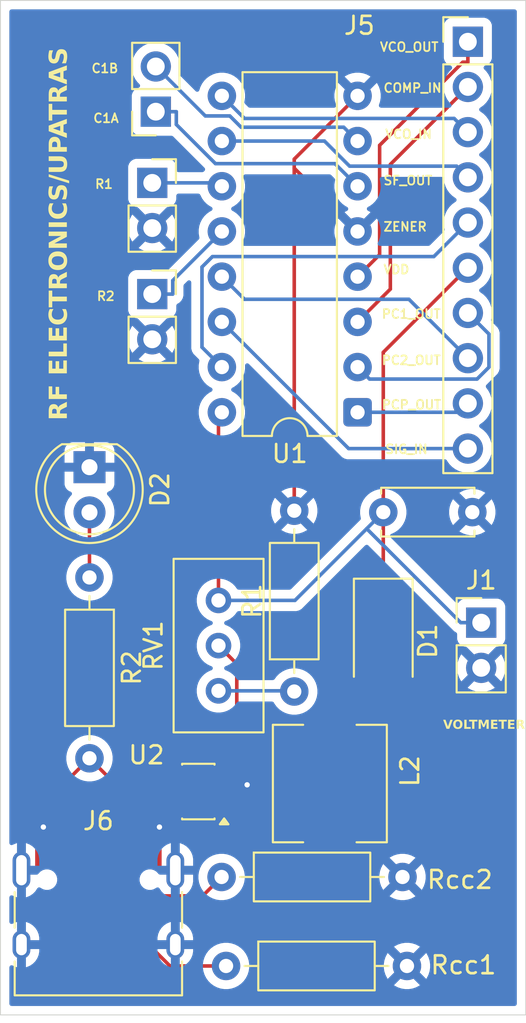
<source format=kicad_pcb>
(kicad_pcb (version 20241229) (generator "pcbnew") (generator_version "9.0")
  (layers (0 "F.Cu" signal) (2 "B.Cu" signal) (13 "F.Paste" user) (15 "B.Paste" user) (5 "F.SilkS" user "F.Silkscreen") (7 "B.SilkS" user "B.Silkscreen") (1 "F.Mask" user) (3 "B.Mask" user) (25 "Edge.Cuts" user))
  (net 0 "")
  (net 1 "gnd")
  (net 2 "Net-(D2-A)")
  (net 3 "/PCP")
  (net 4 "/VCOin")
  (net 5 "/sigin")
  (net 6 "/PC1")
  (net 7 "/RefIn")
  (net 8 "/PC2")
  (net 9 "/FOUT")
  (net 10 "/Zout")
  (net 11 "/SFout")
  (net 16 "Net-(R1-Pad1)")
  (net 18 "/bus")
  (net 19 "/sw")
  (net 20 "VDD")
  (net 21 "/C1")
  (net 22 "/C2")
  (net 23 "/R1")
  (net 24 "/R2")
  (net 25 "/A5")
  (net 26 "/B5")
  (net 27 "/fb")
  (footprint "Connector_PinHeader_2.54mm:PinHeader_1x02_P2.54mm_Vertical" (layer "F.Cu") (at 159.24 96.45)
    (property "Reference" "J1" (at 0 -2.38 0) (layer "F.SilkS"))
    (property "Value" "Conn_01x02" (hide yes))
    (fp_line (start -1.38 -1.38) (end 0 -1.38) (stroke (width 0.12)) (layer "F.SilkS"))
    (fp_line (start -1.38 0) (end -1.38 -1.38) (stroke (width 0.12)) (layer "F.SilkS"))
    (fp_line (start -1.38 1.27) (end -1.38 3.92) (stroke (width 0.12)) (layer "F.SilkS"))
    (fp_line (start -1.38 1.27) (end 1.38 1.27) (stroke (width 0.12)) (layer "F.SilkS"))
    (fp_line (start -1.38 3.92) (end 1.38 3.92) (stroke (width 0.12)) (layer "F.SilkS"))
    (fp_line (start 1.38 1.27) (end 1.38 3.92) (stroke (width 0.12)) (layer "F.SilkS"))
    (pad "1" thru_hole rect (at 0 0) (size 1.7 1.7) (drill 1) (layers "*.Cu" "*.Mask") (net 20 "VDD"))
    (pad "2" thru_hole circle (at 0 2.54) (size 1.7 1.7) (drill 1) (layers "*.Cu" "*.Mask") (net 1 "gnd"))
  )
  (footprint "Package_TO_SOT_SMD:SOT-23-6" (layer "F.Cu") (at 143.3525 105.94 180)
    (property "Reference" "U2" (at 2.9125 2.05 0) (layer "F.SilkS"))
    (property "Value" "MT3608" (hide yes))
    (fp_line (start 0.91 1.56) (end -0.91 1.56) (stroke (width 0.12)) (layer "F.SilkS"))
    (fp_line (start 0.91 1.51) (end 0.91 1.56) (stroke (width 0.12)) (layer "F.SilkS"))
    (fp_line (start 0.91 -1.56) (end 0.91 -1.51) (stroke (width 0.12)) (layer "F.SilkS"))
    (fp_line (start -0.91 1.56) (end -0.91 1.51) (stroke (width 0.12)) (layer "F.SilkS"))
    (fp_line (start -0.91 -1.51) (end -0.91 -1.56) (stroke (width 0.12)) (layer "F.SilkS"))
    (fp_line (start -0.91 -1.56) (end 0.91 -1.56) (stroke (width 0.12)) (layer "F.SilkS"))
    (fp_poly (pts (xy -1.45 -1.51) (xy -1.69 -1.84) (xy -1.21 -1.84)) (stroke (width 0.12)) (fill yes) (layer "F.SilkS"))
    (pad "1" smd roundrect (at -1.1375 -0.95 180) (size 1.325 0.6) (layers "F.Cu" "F.Mask" "F.Paste") (net 19 "/sw"))
    (pad "2" smd roundrect (at -1.1375 0 180) (size 1.325 0.6) (layers "F.Cu" "F.Mask" "F.Paste") (net 1 "gnd"))
    (pad "3" smd roundrect (at -1.1375 0.95 180) (size 1.325 0.6) (layers "F.Cu" "F.Mask" "F.Paste") (net 27 "/fb"))
    (pad "4" smd roundrect (at 1.1375 0.95 180) (size 1.325 0.6) (layers "F.Cu" "F.Mask" "F.Paste") (net 18 "/bus"))
    (pad "5" smd roundrect (at 1.1375 0 180) (size 1.325 0.6) (layers "F.Cu" "F.Mask" "F.Paste") (net 18 "/bus"))
    (pad "6" smd roundrect (at 1.1375 -0.95 180) (size 1.325 0.6) (layers "F.Cu" "F.Mask" "F.Paste"))
  )
  (footprint "Connector_PinSocket_2.54mm:PinSocket_1x02_P2.54mm_Vertical" (layer "F.Cu") (at 140.965 67.74 180)
    (property "Reference" "J2" (hide yes))
    (property "Value" "Conn_01x02" (hide yes))
    (fp_line (start 1.33 1.27) (end 1.33 3.87) (stroke (width 0.12)) (layer "F.SilkS"))
    (fp_line (start 1.33 -1.33) (end 1.33 0) (stroke (width 0.12)) (layer "F.SilkS"))
    (fp_line (start 0 -1.33) (end 1.33 -1.33) (stroke (width 0.12)) (layer "F.SilkS"))
    (fp_line (start -1.33 3.87) (end 1.33 3.87) (stroke (width 0.12)) (layer "F.SilkS"))
    (fp_line (start -1.33 1.27) (end 1.33 1.27) (stroke (width 0.12)) (layer "F.SilkS"))
    (fp_line (start -1.33 1.27) (end -1.33 3.87) (stroke (width 0.12)) (layer "F.SilkS"))
    (pad "1" thru_hole rect (at 0 0 180) (size 1.7 1.7) (drill 1) (layers "*.Cu" "*.Mask") (net 21 "/C1"))
    (pad "2" thru_hole circle (at 0 2.54 180) (size 1.7 1.7) (drill 1) (layers "*.Cu" "*.Mask") (net 22 "/C2"))
  )
  (footprint "Inductor_SMD:L_6.3x6.3_H3" (layer "F.Cu") (at 150.74 105.49 90)
    (property "Reference" "L2" (at 0.7 4.5 90) (layer "F.SilkS"))
    (property "Value" "L_Ferrite" (hide yes))
    (fp_line (start 3.3 -3.2) (end 3.3 -1.5) (stroke (width 0.12)) (layer "F.SilkS"))
    (fp_line (start -3.3 -3.2) (end 3.3 -3.2) (stroke (width 0.12)) (layer "F.SilkS"))
    (fp_line (start -3.3 -1.5) (end -3.3 -3.2) (stroke (width 0.12)) (layer "F.SilkS"))
    (fp_line (start 3.3 1.5) (end 3.3 3.2) (stroke (width 0.12)) (layer "F.SilkS"))
    (fp_line (start 3.3 3.2) (end -3.3 3.2) (stroke (width 0.12)) (layer "F.SilkS"))
    (fp_line (start -3.3 3.2) (end -3.3 1.5) (stroke (width 0.12)) (layer "F.SilkS"))
    (pad "1" smd rect (at -2.75 0 90) (size 1.5 2.4) (layers "F.Cu" "F.Mask" "F.Paste") (net 18 "/bus"))
    (pad "2" smd rect (at 2.75 0 90) (size 1.5 2.4) (layers "F.Cu" "F.Mask" "F.Paste") (net 19 "/sw"))
  )
  (footprint "Resistor_THT:R_Axial_DIN0207_L6.3mm_D2.5mm_P10.16mm_Horizontal" (layer "F.Cu") (at 144.91 115.74)
    (property "Reference" "Rcc1" (at 13.33 -0.05 0) (layer "F.SilkS"))
    (property "Value" "5.1k")
    (fp_line (start 1.04 0) (end 1.81 0) (stroke (width 0.12)) (layer "F.SilkS"))
    (fp_line (start 9.12 0) (end 8.35 0) (stroke (width 0.12)) (layer "F.SilkS"))
    (fp_rect (start 1.81 -1.37) (end 8.35 1.37) (stroke (width 0.12)) (fill no) (layer "F.SilkS"))
    (pad "1" thru_hole circle (at 0 0) (size 1.6 1.6) (drill 0.8) (layers "*.Cu" "*.Mask") (net 25 "/A5"))
    (pad "2" thru_hole circle (at 10.16 0) (size 1.6 1.6) (drill 0.8) (layers "*.Cu" "*.Mask") (net 1 "gnd"))
  )
  (footprint "Resistor_THT:R_Axial_DIN0207_L6.3mm_D2.5mm_P10.16mm_Horizontal" (layer "F.Cu") (at 137.24 93.91 -90)
    (property "Reference" "R2" (at 5.08 -2.37 90) (layer "F.SilkS"))
    (property "Value" "330")
    (fp_line (start 1.04 0) (end 1.81 0) (stroke (width 0.12)) (layer "F.SilkS"))
    (fp_line (start 9.12 0) (end 8.35 0) (stroke (width 0.12)) (layer "F.SilkS"))
    (fp_rect (start 1.81 -1.37) (end 8.35 1.37) (stroke (width 0.12)) (fill no) (layer "F.SilkS"))
    (pad "1" thru_hole circle (at 0 0 270) (size 1.6 1.6) (drill 0.8) (layers "*.Cu" "*.Mask") (net 2 "Net-(D2-A)"))
    (pad "2" thru_hole circle (at 10.16 0 270) (size 1.6 1.6) (drill 0.8) (layers "*.Cu" "*.Mask") (net 18 "/bus"))
  )
  (footprint "Diode_SMD:D_SMA" (layer "F.Cu") (at 153.74 97.49 -90)
    (property "Reference" "D1" (at 0 -2.5 90) (layer "F.SilkS"))
    (property "Value" "SS34" (hide yes))
    (fp_line (start -3.51 1.65) (end 2 1.65) (stroke (width 0.12)) (layer "F.SilkS"))
    (fp_line (start -3.51 -1.65) (end -3.51 1.65) (stroke (width 0.12)) (layer "F.SilkS"))
    (fp_line (start -3.51 -1.65) (end 2 -1.65) (stroke (width 0.12)) (layer "F.SilkS"))
    (pad "1" smd roundrect (at -2 0 270) (size 2.5 1.8) (layers "F.Cu" "F.Mask" "F.Paste") (roundrect_rratio 0.1388888889) (net 20 "VDD"))
    (pad "2" smd roundrect (at 2 0 270) (size 2.5 1.8) (layers "F.Cu" "F.Mask" "F.Paste") (roundrect_rratio 0.1388888889) (net 19 "/sw"))
  )
  (footprint "Capacitor_THT:C_Disc_D5.0mm_W2.5mm_P5.00mm" (layer "F.Cu") (at 153.74 90.24)
    (property "Reference" "C1" (hide yes))
    (property "Value" "22μ")
    (fp_line (start -0.12 -1.37) (end 5.12 -1.37) (stroke (width 0.12)) (layer "F.SilkS"))
    (fp_line (start -0.12 -1.033) (end -0.12 -1.37) (stroke (width 0.12)) (layer "F.SilkS"))
    (fp_line (start -0.12 1.37) (end -0.12 1.033) (stroke (width 0.12)) (layer "F.SilkS"))
    (fp_line (start 5.12 -1.37) (end 5.12 -1.033) (stroke (width 0.12)) (layer "F.SilkS"))
    (fp_line (start 5.12 1.033) (end 5.12 1.37) (stroke (width 0.12)) (layer "F.SilkS"))
    (fp_line (start 5.12 1.37) (end -0.12 1.37) (stroke (width 0.12)) (layer "F.SilkS"))
    (pad "1" thru_hole circle (at 0 0) (size 1.6 1.6) (drill 0.8) (layers "*.Cu" "*.Mask") (net 20 "VDD"))
    (pad "2" thru_hole circle (at 5 0) (size 1.6 1.6) (drill 0.8) (layers "*.Cu" "*.Mask") (net 1 "gnd"))
  )
  (footprint "Connector_PinSocket_2.54mm:PinSocket_1x02_P2.54mm_Vertical" (layer "F.Cu") (at 140.765 71.74)
    (property "Reference" "J3" (hide yes))
    (property "Value" "Conn_01x02" (hide yes))
    (fp_line (start -1.33 1.27) (end -1.33 3.87) (stroke (width 0.12)) (layer "F.SilkS"))
    (fp_line (start -1.33 1.27) (end 1.33 1.27) (stroke (width 0.12)) (layer "F.SilkS"))
    (fp_line (start -1.33 3.87) (end 1.33 3.87) (stroke (width 0.12)) (layer "F.SilkS"))
    (fp_line (start 0 -1.33) (end 1.33 -1.33) (stroke (width 0.12)) (layer "F.SilkS"))
    (fp_line (start 1.33 -1.33) (end 1.33 0) (stroke (width 0.12)) (layer "F.SilkS"))
    (fp_line (start 1.33 1.27) (end 1.33 3.87) (stroke (width 0.12)) (layer "F.SilkS"))
    (pad "1" thru_hole rect (at 0 0) (size 1.7 1.7) (drill 1) (layers "*.Cu" "*.Mask") (net 23 "/R1"))
    (pad "2" thru_hole circle (at 0 2.54) (size 1.7 1.7) (drill 1) (layers "*.Cu" "*.Mask") (net 1 "gnd"))
  )
  (footprint "Resistor_THT:R_Axial_DIN0207_L6.3mm_D2.5mm_P10.16mm_Horizontal" (layer "F.Cu") (at 148.74 100.32 90)
    (property "Reference" "R1" (at 5.08 -2.37 90) (layer "F.SilkS"))
    (property "Value" "2.2k")
    (fp_line (start 9.12 0) (end 8.35 0) (stroke (width 0.12)) (layer "F.SilkS"))
    (fp_line (start 1.04 0) (end 1.81 0) (stroke (width 0.12)) (layer "F.SilkS"))
    (fp_rect (start 1.81 -1.37) (end 8.35 1.37) (stroke (width 0.12)) (fill no) (layer "F.SilkS"))
    (pad "1" thru_hole circle (at 0 0 90) (size 1.6 1.6) (drill 0.8) (layers "*.Cu" "*.Mask") (net 16 "Net-(R1-Pad1)"))
    (pad "2" thru_hole circle (at 10.16 0 90) (size 1.6 1.6) (drill 0.8) (layers "*.Cu" "*.Mask") (net 1 "gnd"))
  )
  (footprint "Connector_USB:USB_C_Receptacle_HRO_TYPE-C-31-M-12" (layer "F.Cu") (at 137.74 113.49)
    (property "Reference" "J6" (at 0 -5.9 0) (layer "F.SilkS"))
    (property "Value" "USB_C_Receptacle_USB2.0_14P" (hide yes))
    (fp_line (start -4.7 -1.9) (end -4.7 0.1) (stroke (width 0.12)) (layer "F.SilkS"))
    (fp_line (start -4.7 2) (end -4.7 3.9) (stroke (width 0.12)) (layer "F.SilkS"))
    (fp_line (start -4.7 3.9) (end 4.7 3.9) (stroke (width 0.12)) (layer "F.SilkS"))
    (fp_line (start 4.7 -1.9) (end 4.7 0.1) (stroke (width 0.12)) (layer "F.SilkS"))
    (fp_line (start 4.7 2) (end 4.7 3.9) (stroke (width 0.12)) (layer "F.SilkS"))
    (pad "" np_thru_hole circle (at -2.89 -2.6) (size 0.65 0.65) (drill 0.65) (layers "*.Cu" "*.Mask"))
    (pad "" np_thru_hole circle (at 2.89 -2.6) (size 0.65 0.65) (drill 0.65) (layers "*.Cu" "*.Mask"))
    (pad "A1" smd rect (at -3.25 -4.045) (size 0.6 1.45) (layers "F.Cu" "F.Mask" "F.Paste") (net 1 "gnd"))
    (pad "A4" smd rect (at -2.45 -4.045) (size 0.6 1.45) (layers "F.Cu" "F.Mask" "F.Paste") (net 18 "/bus"))
    (pad "A5" smd rect (at -1.25 -4.045) (size 0.3 1.45) (layers "F.Cu" "F.Mask" "F.Paste") (net 25 "/A5"))
    (pad "A6" smd rect (at -0.25 -4.045) (size 0.3 1.45) (layers "F.Cu" "F.Mask" "F.Paste"))
    (pad "A7" smd rect (at 0.25 -4.045) (size 0.3 1.45) (layers "F.Cu" "F.Mask" "F.Paste"))
    (pad "A8" smd rect (at 1.25 -4.045) (size 0.3 1.45) (layers "F.Cu" "F.Mask" "F.Paste"))
    (pad "A9" smd rect (at 2.45 -4.045) (size 0.6 1.45) (layers "F.Cu" "F.Mask" "F.Paste") (net 18 "/bus"))
    (pad "A12" smd rect (at 3.25 -4.045) (size 0.6 1.45) (layers "F.Cu" "F.Mask" "F.Paste") (net 1 "gnd"))
    (pad "B1" smd rect (at 3.25 -4.045) (size 0.6 1.45) (layers "F.Cu" "F.Mask" "F.Paste") (net 1 "gnd"))
    (pad "B4" smd rect (at 2.45 -4.045) (size 0.6 1.45) (layers "F.Cu" "F.Mask" "F.Paste") (net 18 "/bus"))
    (pad "B5" smd rect (at 1.75 -4.045) (size 0.3 1.45) (layers "F.Cu" "F.Mask" "F.Paste") (net 26 "/B5"))
    (pad "B6" smd rect (at 0.75 -4.045) (size 0.3 1.45) (layers "F.Cu" "F.Mask" "F.Paste"))
    (pad "B7" smd rect (at -0.75 -4.045) (size 0.3 1.45) (layers "F.Cu" "F.Mask" "F.Paste"))
    (pad "B8" smd rect (at -1.75 -4.045) (size 0.3 1.45) (layers "F.Cu" "F.Mask" "F.Paste"))
    (pad "B9" smd rect (at -2.45 -4.045) (size 0.6 1.45) (layers "F.Cu" "F.Mask" "F.Paste") (net 18 "/bus"))
    (pad "B12" smd rect (at -3.25 -4.045) (size 0.6 1.45) (layers "F.Cu" "F.Mask" "F.Paste") (net 1 "gnd"))
    (pad "S1" thru_hole oval (at -4.32 -3.13) (size 1 2.1) (drill oval 0.6 1.7) (property pad_prop_heatsink) (layers "*.Cu" "*.Mask") (net 1 "gnd"))
    (pad "S1" thru_hole oval (at -4.32 1.05) (size 1 1.6) (drill oval 0.6 1.2) (property pad_prop_heatsink) (layers "*.Cu" "*.Mask") (net 1 "gnd"))
    (pad "S1" thru_hole oval (at 4.32 -3.13) (size 1 2.1) (drill oval 0.6 1.7) (property pad_prop_heatsink) (layers "*.Cu" "*.Mask") (net 1 "gnd"))
    (pad "S1" thru_hole oval (at 4.32 1.05) (size 1 1.6) (drill oval 0.6 1.2) (property pad_prop_heatsink) (layers "*.Cu" "*.Mask") (net 1 "gnd"))
  )
  (footprint "Potentiometer_THT:Potentiometer_Bourns_3296W_Vertical" (layer "F.Cu") (at 144.485 95.2 90)
    (property "Reference" "RV1" (at -2.54 -3.66 90) (layer "F.SilkS"))
    (property "Value" "R_Potentiometer_Trim" (hide yes))
    (fp_line (start 2.335 -2.52) (end 2.335 2.53) (stroke (width 0.12)) (layer "F.SilkS"))
    (fp_line (start -7.415 -2.52) (end 2.335 -2.52) (stroke (width 0.12)) (layer "F.SilkS"))
    (fp_line (start 2.335 2.53) (end -7.415 2.53) (stroke (width 0.12)) (layer "F.SilkS"))
    (fp_line (start -7.415 2.53) (end -7.415 -2.52) (stroke (width 0.12)) (layer "F.SilkS"))
    (pad "1" thru_hole circle (at 0 0 90) (size 1.44 1.44) (drill 0.8) (layers "*.Cu" "*.Mask") (net 20 "VDD"))
    (pad "2" thru_hole circle (at -2.54 0 90) (size 1.44 1.44) (drill 0.8) (layers "*.Cu" "*.Mask") (net 27 "/fb"))
    (pad "3" thru_hole circle (at -5.08 0 90) (size 1.44 1.44) (drill 0.8) (layers "*.Cu" "*.Mask") (net 16 "Net-(R1-Pad1)"))
  )
  (footprint "LED_THT:LED_D5.0mm" (layer "F.Cu") (at 137.24 87.715 -90)
    (property "Reference" "D2" (at 1.27 -3.96 90) (layer "F.SilkS"))
    (property "Value" "SFH4546" (hide yes))
    (fp_line (start -1.29 -1.545) (end -1.29 1.545) (stroke (width 0.12)) (layer "F.SilkS"))
    (fp_arc (start 4.26 0) (mid 2.071779 2.880495) (end -1.29 1.54483) (stroke (width 0.12)) (layer "F.SilkS"))
    (fp_arc (start -1.29 -1.54483) (mid 2.071779 -2.880495) (end 4.26 0) (stroke (width 0.12)) (layer "F.SilkS"))
    (fp_circle (center 1.27 0) (end 3.77 0) (stroke (width 0.12)) (fill no) (layer "F.SilkS"))
    (pad "1" thru_hole rect (at 0 0 270) (size 1.8 1.8) (drill 0.9) (layers "*.Cu" "*.Mask") (net 1 "gnd"))
    (pad "2" thru_hole circle (at 2.54 0 270) (size 1.8 1.8) (drill 0.9) (layers "*.Cu" "*.Mask") (net 2 "Net-(D2-A)"))
  )
  (footprint "Resistor_THT:R_Axial_DIN0207_L6.3mm_D2.5mm_P10.16mm_Horizontal" (layer "F.Cu") (at 144.66 110.74)
    (property "Reference" "Rcc2" (at 13.38 0.15 0) (layer "F.SilkS"))
    (property "Value" "5.1k")
    (fp_line (start 1.04 0) (end 1.81 0) (stroke (width 0.12)) (layer "F.SilkS"))
    (fp_line (start 9.12 0) (end 8.35 0) (stroke (width 0.12)) (layer "F.SilkS"))
    (fp_rect (start 1.81 -1.37) (end 8.35 1.37) (stroke (width 0.12)) (fill no) (layer "F.SilkS"))
    (pad "1" thru_hole circle (at 0 0) (size 1.6 1.6) (drill 0.8) (layers "*.Cu" "*.Mask") (net 26 "/B5"))
    (pad "2" thru_hole circle (at 10.16 0) (size 1.6 1.6) (drill 0.8) (layers "*.Cu" "*.Mask") (net 1 "gnd"))
  )
  (footprint "Connector_PinHeader_2.54mm:PinHeader_1x10_P2.54mm_Vertical" (layer "F.Cu") (at 158.49 63.81)
    (property "Reference" "J5" (at -6.09 -0.91 0) (layer "F.SilkS"))
    (property "Value" "Conn_01x10" (hide yes))
    (fp_line (start -1.38 -1.38) (end 0 -1.38) (stroke (width 0.12)) (layer "F.SilkS"))
    (fp_line (start -1.38 0) (end -1.38 -1.38) (stroke (width 0.12)) (layer "F.SilkS"))
    (fp_line (start -1.38 1.27) (end -1.38 24.24) (stroke (width 0.12)) (layer "F.SilkS"))
    (fp_line (start -1.38 1.27) (end 1.38 1.27) (stroke (width 0.12)) (layer "F.SilkS"))
    (fp_line (start -1.38 24.24) (end 1.38 24.24) (stroke (width 0.12)) (layer "F.SilkS"))
    (fp_line (start 1.38 1.27) (end 1.38 24.24) (stroke (width 0.12)) (layer "F.SilkS"))
    (pad "1" thru_hole rect (at 0 0) (size 1.7 1.7) (drill 1) (layers "*.Cu" "*.Mask") (net 9 "/FOUT"))
    (pad "2" thru_hole circle (at 0 2.54) (size 1.7 1.7) (drill 1) (layers "*.Cu" "*.Mask") (net 7 "/RefIn"))
    (pad "3" thru_hole circle (at 0 5.08) (size 1.7 1.7) (drill 1) (layers "*.Cu" "*.Mask") (net 4 "/VCOin"))
    (pad "4" thru_hole circle (at 0 7.62) (size 1.7 1.7) (drill 1) (layers "*.Cu" "*.Mask") (net 11 "/SFout"))
    (pad "5" thru_hole circle (at 0 10.16) (size 1.7 1.7) (drill 1) (layers "*.Cu" "*.Mask") (net 10 "/Zout"))
    (pad "6" thru_hole circle (at 0 12.7) (size 1.7 1.7) (drill 1) (layers "*.Cu" "*.Mask") (net 20 "VDD"))
    (pad "7" thru_hole circle (at 0 15.24) (size 1.7 1.7) (drill 1) (layers "*.Cu" "*.Mask") (net 6 "/PC1"))
    (pad "8" thru_hole circle (at 0 17.78) (size 1.7 1.7) (drill 1) (layers "*.Cu" "*.Mask") (net 8 "/PC2"))
    (pad "9" thru_hole circle (at 0 20.32) (size 1.7 1.7) (drill 1) (layers "*.Cu" "*.Mask") (net 3 "/PCP"))
    (pad "10" thru_hole circle (at 0 22.86) (size 1.7 1.7) (drill 1) (layers "*.Cu" "*.Mask") (net 5 "/sigin"))
  )
  (footprint "Package_DIP:DIP-16_W7.62mm" (layer "F.Cu") (at 152.295 84.63 180)
    (property "Reference" "U1" (at 3.81 -2.33 0) (layer "F.SilkS"))
    (property "Value" "4046")
    (fp_line (start 6.46 19.11) (end 6.46 -1.33) (stroke (width 0.12)) (layer "F.SilkS"))
    (fp_line (start 6.46 -1.33) (end 4.81 -1.33) (stroke (width 0.12)) (layer "F.SilkS"))
    (fp_line (start 2.81 -1.33) (end 1.16 -1.33) (stroke (width 0.12)) (layer "F.SilkS"))
    (fp_line (start 1.16 19.11) (end 6.46 19.11) (stroke (width 0.12)) (layer "F.SilkS"))
    (fp_line (start 1.16 -1.33) (end 1.16 19.11) (stroke (width 0.12)) (layer "F.SilkS"))
    (fp_arc (start 4.81 -1.33) (mid 3.81 -0.33) (end 2.81 -1.33) (stroke (width 0.12)) (layer "F.SilkS"))
    (pad "1" thru_hole roundrect (at 0 0 180) (size 1.6 1.6) (drill 0.8) (layers "*.Cu" "*.Mask") (roundrect_rratio 0.15625) (net 3 "/PCP"))
    (pad "2" thru_hole circle (at 0 2.54 180) (size 1.6 1.6) (drill 0.8) (layers "*.Cu" "*.Mask") (net 6 "/PC1"))
    (pad "3" thru_hole circle (at 0 5.08 180) (size 1.6 1.6) (drill 0.8) (layers "*.Cu" "*.Mask") (net 7 "/RefIn"))
    (pad "4" thru_hole circle (at 0 7.62 180) (size 1.6 1.6) (drill 0.8) (layers "*.Cu" "*.Mask") (net 9 "/FOUT"))
    (pad "5" thru_hole circle (at 0 10.16 180) (size 1.6 1.6) (drill 0.8) (layers "*.Cu" "*.Mask") (net 1 "gnd"))
    (pad "6" thru_hole circle (at 0 12.7 180) (size 1.6 1.6) (drill 0.8) (layers "*.Cu" "*.Mask") (net 21 "/C1"))
    (pad "7" thru_hole circle (at 0 15.24 180) (size 1.6 1.6) (drill 0.8) (layers "*.Cu" "*.Mask") (net 22 "/C2"))
    (pad "8" thru_hole circle (at 0 17.78 180) (size 1.6 1.6) (drill 0.8) (layers "*.Cu" "*.Mask") (net 1 "gnd"))
    (pad "9" thru_hole circle (at 7.62 17.78 180) (size 1.6 1.6) (drill 0.8) (layers "*.Cu" "*.Mask") (net 4 "/VCOin"))
    (pad "10" thru_hole circle (at 7.62 15.24 180) (size 1.6 1.6) (drill 0.8) (layers "*.Cu" "*.Mask") (net 11 "/SFout"))
    (pad "11" thru_hole circle (at 7.62 12.7 180) (size 1.6 1.6) (drill 0.8) (layers "*.Cu" "*.Mask") (net 23 "/R1"))
    (pad "12" thru_hole circle (at 7.62 10.16 180) (size 1.6 1.6) (drill 0.8) (layers "*.Cu" "*.Mask") (net 24 "/R2"))
    (pad "13" thru_hole circle (at 7.62 7.62 180) (size 1.6 1.6) (drill 0.8) (layers "*.Cu" "*.Mask") (net 8 "/PC2"))
    (pad "14" thru_hole circle (at 7.62 5.08 180) (size 1.6 1.6) (drill 0.8) (layers "*.Cu" "*.Mask") (net 5 "/sigin"))
    (pad "15" thru_hole circle (at 7.62 2.54 180) (size 1.6 1.6) (drill 0.8) (layers "*.Cu" "*.Mask") (net 10 "/Zout"))
    (pad "16" thru_hole circle (at 7.62 0 180) (size 1.6 1.6) (drill 0.8) (layers "*.Cu" "*.Mask") (net 20 "VDD"))
  )
  (footprint "Connector_PinSocket_2.54mm:PinSocket_1x02_P2.54mm_Vertical" (layer "F.Cu") (at 140.765 77.99)
    (property "Reference" "J4" (hide yes))
    (property "Value" "Conn_01x02" (hide yes))
    (fp_line (start -1.33 1.27) (end -1.33 3.87) (stroke (width 0.12)) (layer "F.SilkS"))
    (fp_line (start -1.33 1.27) (end 1.33 1.27) (stroke (width 0.12)) (layer "F.SilkS"))
    (fp_line (start -1.33 3.87) (end 1.33 3.87) (stroke (width 0.12)) (layer "F.SilkS"))
    (fp_line (start 0 -1.33) (end 1.33 -1.33) (stroke (width 0.12)) (layer "F.SilkS"))
    (fp_line (start 1.33 -1.33) (end 1.33 0) (stroke (width 0.12)) (layer "F.SilkS"))
    (fp_line (start 1.33 1.27) (end 1.33 3.87) (stroke (width 0.12)) (layer "F.SilkS"))
    (pad "1" thru_hole rect (at 0 0) (size 1.7 1.7) (drill 1) (layers "*.Cu" "*.Mask") (net 24 "/R2"))
    (pad "2" thru_hole circle (at 0 2.54) (size 1.7 1.7) (drill 1) (layers "*.Cu" "*.Mask") (net 1 "gnd"))
  )
  (gr_rect (start 132.24 61.49) (end 161.74 118.49) (stroke (width 0.05)) (fill no) (layer "Edge.Cuts"))
  (gr_text "R1" (at 137.5 72.1 0) (layer "F.SilkS") (effects (font (size 0.5 0.5) (thickness 0.1) (bold yes)) (justify left bottom)))
  (gr_text "VCO_IN" (at 153.8 69.3 0) (layer "F.SilkS") (effects (font (size 0.5 0.5) (thickness 0.1) (bold yes)) (justify left bottom)))
  (gr_text "C1B" (at 137.3 65.6 0) (layer "F.SilkS") (effects (font (size 0.5 0.5) (thickness 0.1) (bold yes)) (justify left bottom)))
  (gr_text "PCP_OUT" (at 153.6 84.5 0) (layer "F.SilkS") (effects (font (size 0.5 0.5) (thickness 0.1) (bold yes)) (justify left bottom)))
  (gr_text "VCO_OUT" (at 153.5 64.4 0) (layer "F.SilkS") (effects (font (size 0.5 0.5) (thickness 0.1) (bold yes)) (justify left bottom)))
  (gr_text "SF_OUT" (at 153.7 71.9 0) (layer "F.SilkS") (effects (font (size 0.5 0.5) (thickness 0.1) (bold yes)) (justify left bottom)))
  (gr_text "PC2_OUT" (at 153.6 82 0) (layer "F.SilkS") (effects (font (size 0.5 0.5) (thickness 0.1) (bold yes)) (justify left bottom)))
  (gr_text "PC1_OUT" (at 153.6 79.4 0) (layer "F.SilkS") (effects (font (size 0.5 0.5) (thickness 0.1) (bold yes)) (justify left bottom)))
  (gr_text "C1A" (at 137.4 68.4 0) (layer "F.SilkS") (effects (font (size 0.5 0.5) (thickness 0.1) (bold yes)) (justify left bottom)))
  (gr_text "VDD" (at 153.7 76.9 0) (layer "F.SilkS") (effects (font (size 0.5 0.5) (thickness 0.1) (bold yes)) (justify left bottom)))
  (gr_text "R2" (at 137.6 78.4 0) (layer "F.SilkS") (effects (font (size 0.5 0.5) (thickness 0.1) (bold yes)) (justify left bottom)))
  (gr_text "SIG_IN" (at 153.8 87 0) (layer "F.SilkS") (effects (font (size 0.5 0.5) (thickness 0.1) (bold yes)) (justify left bottom)))
  (gr_text "VOLTMETER" (at 157.1 102.5 0) (layer "F.SilkS") (effects (font (size 0.5 0.5) (thickness 0.125) (bold yes)) (justify left bottom)))
  (gr_text "ZENER" (at 153.7 74.5 0) (layer "F.SilkS") (effects (font (size 0.5 0.5) (thickness 0.1) (bold yes)) (justify left bottom)))
  (gr_text "RF ELECTRONICS/UPATRAS" (at 136.14 85.09 90) (layer "F.SilkS") (effects (font (size 1 1) (thickness 0.2) (bold yes)) (justify left bottom)))
  (gr_text "COMP_IN" (at 153.7 66.7 0) (layer "F.SilkS") (effects (font (size 0.5 0.5) (thickness 0.1) (bold yes)) (justify left bottom)))
  (segment (start 141.17 107.935) (end 140.99 108.115) (width 0.2) (layer "F.Cu") (net 1))
  (segment (start 134.65 107.935) (end 134.49 108.095) (width 0.2) (layer "F.Cu") (net 1))
  (segment (start 140.99 108.115) (end 141.17 107.935) (width 0.2) (layer "F.Cu") (net 1))
  (segment (start 152.295 66.85) (end 148.74 70.405) (width 0.2) (layer "F.Cu") (net 1))
  (segment (start 141.17 107.935) (end 140.99 108.115) (width 0.2) (layer "F.Cu") (net 1))
  (segment (start 152.295 74.47) (end 148.74 70.915) (width 0.2) (layer "F.Cu") (net 1))
  (segment (start 134.49 108.095) (end 134.49 109.445) (width 0.2) (layer "F.Cu") (net 1))
  (segment (start 134.65 107.935) (end 134.49 108.095) (width 0.2) (layer "F.Cu") (net 1))
  (segment (start 148.74 70.915) (end 148.74 90.16) (width 0.2) (layer "F.Cu") (net 1))
  (segment (start 140.99 108.115) (end 140.99 109.445) (width 0.2) (layer "F.Cu") (net 1))
  (segment (start 145.7161 105.94) (end 144.49 105.94) (width 0.2) (layer "F.Cu") (net 1))
  (segment (start 134.49 108.095) (end 134.65 107.935) (width 0.2) (layer "F.Cu") (net 1))
  (segment (start 148.74 70.405) (end 148.74 70.915) (width 0.2) (layer "F.Cu") (net 1))
  (segment (start 146.0938 105.5623) (end 145.7161 105.94) (width 0.2) (layer "F.Cu") (net 1))
  (via (at 141.17 107.935) (size 0.6) (drill 0.3) (layers "F.Cu" "B.Cu") (net 1))
  (via (at 146.0938 105.5623) (size 0.6) (drill 0.3) (layers "F.Cu" "B.Cu") (net 1))
  (via (at 134.65 107.935) (size 0.6) (drill 0.3) (layers "F.Cu" "B.Cu") (net 1))
  (segment (start 137.24 93.91) (end 137.24 90.255) (width 0.2) (layer "F.Cu") (net 2))
  (segment (start 157.99 84.63) (end 158.49 84.13) (width 0.2) (layer "B.Cu") (net 3))
  (segment (start 152.295 84.63) (end 157.99 84.63) (width 0.2) (layer "B.Cu") (net 3))
  (segment (start 145.945 68.12) (end 157.72 68.12) (width 0.2) (layer "B.Cu") (net 4))
  (segment (start 144.675 66.85) (end 145.945 68.12) (width 0.2) (layer "B.Cu") (net 4))
  (segment (start 157.72 68.12) (end 158.49 68.89) (width 0.2) (layer "B.Cu") (net 4))
  (segment (start 144.675 79.55) (end 151.795 86.67) (width 0.2) (layer "B.Cu") (net 5))
  (segment (start 151.795 86.67) (end 158.49 86.67) (width 0.2) (layer "B.Cu") (net 5))
  (segment (start 152.9694 82.7644) (end 152.295 82.09) (width 0.2) (layer "B.Cu") (net 6))
  (segment (start 159.6749 80.2349) (end 159.6749 82.0956) (width 0.2) (layer "B.Cu") (net 6))
  (segment (start 159.0061 82.7644) (end 152.9694 82.7644) (width 0.2) (layer "B.Cu") (net 6))
  (segment (start 159.6749 82.0956) (end 159.0061 82.7644) (width 0.2) (layer "B.Cu") (net 6))
  (segment (start 158.49 79.05) (end 159.6749 80.2349) (width 0.2) (layer "B.Cu") (net 6))
  (segment (start 154.1364 77.7086) (end 154.1364 70.7036) (width 0.2) (layer "F.Cu") (net 7))
  (segment (start 154.1364 70.7036) (end 158.49 66.35) (width 0.2) (layer "F.Cu") (net 7))
  (segment (start 152.295 79.55) (end 154.1364 77.7086) (width 0.2) (layer "F.Cu") (net 7))
  (segment (start 145.945 78.28) (end 155.18 78.28) (width 0.2) (layer "B.Cu") (net 8))
  (segment (start 155.18 78.28) (end 158.49 81.59) (width 0.2) (layer "B.Cu") (net 8))
  (segment (start 144.675 77.01) (end 145.945 78.28) (width 0.2) (layer "B.Cu") (net 8))
  (segment (start 152.295 77.01) (end 153.5349 75.7701) (width 0.2) (layer "F.Cu") (net 9))
  (segment (start 158.2021 64.9617) (end 158.49 64.9617) (width 0.2) (layer "F.Cu") (net 9))
  (segment (start 158.49 63.81) (end 158.49 64.9617) (width 0.2) (layer "F.Cu") (net 9))
  (segment (start 153.5349 69.6289) (end 158.2021 64.9617) (width 0.2) (layer "F.Cu") (net 9))
  (segment (start 153.5349 75.7701) (end 153.5349 69.6289) (width 0.2) (layer "F.Cu") (net 9))
  (segment (start 143.5587 76.4682) (end 144.1454 75.8815) (width 0.2) (layer "B.Cu") (net 10))
  (segment (start 144.675 82.09) (end 143.5587 80.9737) (width 0.2) (layer "B.Cu") (net 10))
  (segment (start 143.5587 80.9737) (end 143.5587 76.4682) (width 0.2) (layer "B.Cu") (net 10))
  (segment (start 156.5785 75.8815) (end 158.49 73.97) (width 0.2) (layer "B.Cu") (net 10))
  (segment (start 144.1454 75.8815) (end 156.5785 75.8815) (width 0.2) (layer "B.Cu") (net 10))
  (segment (start 151.849 70.8015) (end 157.8615 70.8015) (width 0.2) (layer "B.Cu") (net 11))
  (segment (start 157.8615 70.8015) (end 158.49 71.43) (width 0.2) (layer "B.Cu") (net 11))
  (segment (start 150.4375 69.39) (end 151.849 70.8015) (width 0.2) (layer "B.Cu") (net 11))
  (segment (start 144.675 69.39) (end 150.4375 69.39) (width 0.2) (layer "B.Cu") (net 11))
  (segment (start 144.485 100.28) (end 148.7 100.28) (width 0.2) (layer "B.Cu") (net 16))
  (segment (start 148.7 100.28) (end 148.74 100.32) (width 0.2) (layer "B.Cu") (net 16))
  (segment (start 141.27 105.94) (end 142.215 105.94) (width 0.2) (layer "F.Cu") (net 18))
  (segment (start 143.3161 106.6652) (end 142.5909 105.94) (width 0.2) (layer "F.Cu") (net 18))
  (segment (start 142.5909 105.94) (end 142.215 105.94) (width 0.2) (layer "F.Cu") (net 18))
  (segment (start 140.19 107.5098) (end 140.19 107.5511) (width 0.2) (layer "F.Cu") (net 18))
  (segment (start 140.19 107.5511) (end 140.19 109.445) (width 0.2) (layer "F.Cu") (net 18))
  (segment (start 137.24 104.07) (end 140.19 107.02) (width 0.2) (layer "F.Cu") (net 18))
  (segment (start 137.24 104.07) (end 135.29 106.02) (width 0.2) (layer "F.Cu") (net 18))
  (segment (start 144.4969 108.24) (end 143.3161 107.0592) (width 0.2) (layer "F.Cu") (net 18))
  (segment (start 135.29 106.02) (end 135.29 109.445) (width 0.2) (layer "F.Cu") (net 18))
  (segment (start 143.3161 107.0592) (end 143.3161 106.6652) (width 0.2) (layer "F.Cu") (net 18))
  (segment (start 140.19 107.02) (end 141.27 105.94) (width 0.2) (layer "F.Cu") (net 18))
  (segment (start 140.19 107.02) (end 140.19 107.5098) (width 0.2) (layer "F.Cu") (net 18))
  (segment (start 142.215 105.94) (end 142.215 104.99) (width 0.2) (layer "F.Cu") (net 18))
  (segment (start 150.74 108.24) (end 144.4969 108.24) (width 0.2) (layer "F.Cu") (net 18))
  (segment (start 150.74 102.74) (end 150.74 103.7917) (width 0.2) (layer "F.Cu") (net 19))
  (segment (start 150.74 103.7917) (end 147.6417 106.89) (width 0.2) (layer "F.Cu") (net 19))
  (segment (start 151.5417 101.6883) (end 153.74 99.49) (width 0.2) (layer "F.Cu") (net 19))
  (segment (start 150.74 101.6883) (end 151.5417 101.6883) (width 0.2) (layer "F.Cu") (net 19))
  (segment (start 147.6417 106.89) (end 144.49 106.89) (width 0.2) (layer "F.Cu") (net 19))
  (segment (start 150.74 102.74) (end 150.74 101.6883) (width 0.2) (layer "F.Cu") (net 19))
  (segment (start 144.485 84.82) (end 144.485 95.2) (width 0.2) (layer "F.Cu") (net 20))
  (segment (start 153.74 90.24) (end 153.74 95.49) (width 0.2) (layer "F.Cu") (net 20))
  (segment (start 158.49 76.51) (end 153.74 81.26) (width 0.2) (layer "F.Cu") (net 20))
  (segment (start 144.675 84.63) (end 144.485 84.82) (width 0.2) (layer "F.Cu") (net 20))
  (segment (start 153.74 81.26) (end 153.74 90.24) (width 0.2) (layer "F.Cu") (net 20))
  (segment (start 148.78 95.2) (end 144.485 95.2) (width 0.2) (layer "B.Cu") (net 20))
  (segment (start 159.24 96.45) (end 158.0883 96.45) (width 0.2) (layer "B.Cu") (net 20))
  (segment (start 153.74 90.24) (end 153.385 90.595) (width 0.2) (layer "B.Cu") (net 20))
  (segment (start 158.0883 96.45) (end 152.8092 91.1708) (width 0.2) (layer "B.Cu") (net 20))
  (segment (start 152.8092 91.1708) (end 148.78 95.2) (width 0.2) (layer "B.Cu") (net 20))
  (segment (start 153.385 90.595) (end 152.8092 91.1708) (width 0.2) (layer "B.Cu") (net 20))
  (segment (start 144.3169 70.66) (end 151.025 70.66) (width 0.2) (layer "B.Cu") (net 21))
  (segment (start 142.1167 68.4598) (end 144.3169 70.66) (width 0.2) (layer "B.Cu") (net 21))
  (segment (start 142.1167 67.74) (end 142.1167 68.4598) (width 0.2) (layer "B.Cu") (net 21))
  (segment (start 151.025 70.66) (end 152.295 71.93) (width 0.2) (layer "B.Cu") (net 21))
  (segment (start 140.965 67.74) (end 142.1167 67.74) (width 0.2) (layer "B.Cu") (net 21))
  (segment (start 145.1209 67.9784) (end 145.7559 68.6134) (width 0.2) (layer "B.Cu") (net 22))
  (segment (start 143.7434 67.9784) (end 145.1209 67.9784) (width 0.2) (layer "B.Cu") (net 22))
  (segment (start 145.7559 68.6134) (end 151.5184 68.6134) (width 0.2) (layer "B.Cu") (net 22))
  (segment (start 151.5184 68.6134) (end 152.295 69.39) (width 0.2) (layer "B.Cu") (net 22))
  (segment (start 140.965 65.2) (end 143.7434 67.9784) (width 0.2) (layer "B.Cu") (net 22))
  (segment (start 144.485 71.74) (end 144.675 71.93) (width 0.2) (layer "B.Cu") (net 23))
  (segment (start 140.765 71.74) (end 144.485 71.74) (width 0.2) (layer "B.Cu") (net 23))
  (segment (start 141.9167 77.99) (end 141.9167 77.2283) (width 0.2) (layer "B.Cu") (net 24))
  (segment (start 140.765 77.99) (end 141.9167 77.99) (width 0.2) (layer "B.Cu") (net 24))
  (segment (start 141.9167 77.2283) (end 144.675 74.47) (width 0.2) (layer "B.Cu") (net 24))
  (segment (start 136.49 109.445) (end 136.49 110.4717) (width 0.2) (layer "F.Cu") (net 25))
  (segment (start 141.7583 115.74) (end 136.49 110.4717) (width 0.2) (layer "F.Cu") (net 25))
  (segment (start 144.91 115.74) (end 141.7583 115.74) (width 0.2) (layer "F.Cu") (net 25))
  (segment (start 144.66 110.74) (end 143.5966 111.8034) (width 0.2) (layer "F.Cu") (net 26))
  (segment (start 143.5966 111.8034) (end 140.2971 111.8034) (width 0.2) (layer "F.Cu") (net 26))
  (segment (start 139.49 110.9963) (end 139.49 109.445) (width 0.2) (layer "F.Cu") (net 26))
  (segment (start 140.2971 111.8034) (end 139.49 110.9963) (width 0.2) (layer "F.Cu") (net 26))
  (segment (start 145.513 103.967) (end 144.49 104.99) (width 0.2) (layer "F.Cu") (net 27))
  (segment (start 144.485 97.74) (end 145.513 98.768) (width 0.2) (layer "F.Cu") (net 27))
  (segment (start 145.513 98.768) (end 145.513 103.967) (width 0.2) (layer "F.Cu") (net 27))
  (zone (net 1) (net_name "gnd") (layer "B.Cu") (priority 1) (connect_pads (clearance 0.5)) (min_thickness 0.25) (fill yes (thermal_gap 0.5) (thermal_bridge_width 0.5))
    (polygon (pts (xy 132.24 61.49) (xy 161.74 61.49) (xy 161.74 118.49) (xy 132.24 118.49)))
  )
)
</source>
